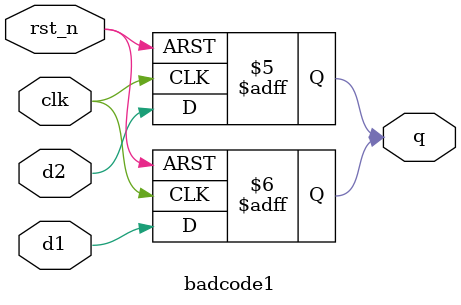
<source format=v>
    module ba_nba2 (q, a, b, clk, rst_n);
      output q; 
      input  a, b, rst_n; 
      input  clk; 
      reg    q; 
 
      always @(posedge clk or negedge rst_n) begin: ff 
        reg tmp; 
        if (!rst_n) q <= 1'b0; 
        else begin 
          tmp = a & b; 
          q <= tmp; 
        end 
      end 
    endmodule 
     module ba_nba6 (q, a, b, clk, rst_n);
      output q; 
      input  a, b, rst_n; 
      input  clk; 
      reg    q, tmp; 
 
      always @(posedge clk or negedge rst_n) 
        if (!rst_n) q = 1'b0;  // ¶Ô q½øÐÐ×èÈû¸³Öµ 
        else begin 
          tmp = a & b; 
          q <= tmp;            // ¶Ô q½øÐÐ·Ç×èÈû¸³Öµ     
        end 
    endmodule 
    module badcode1 (q, d1, d2, clk, rst_n); 
          output q;
      input  d1, d2, clk, rst_n; 
      reg    q; 
 
      always @(posedge clk or negedge rst_n) 
        if (!rst_n) q <= 1'b0; 
        else        q <= d1; 
 
      always @(posedge clk or negedge rst_n) 
        if (!rst_n) q <= 1'b0; 
        else        q <= d2; 
    endmodule 
 
</source>
